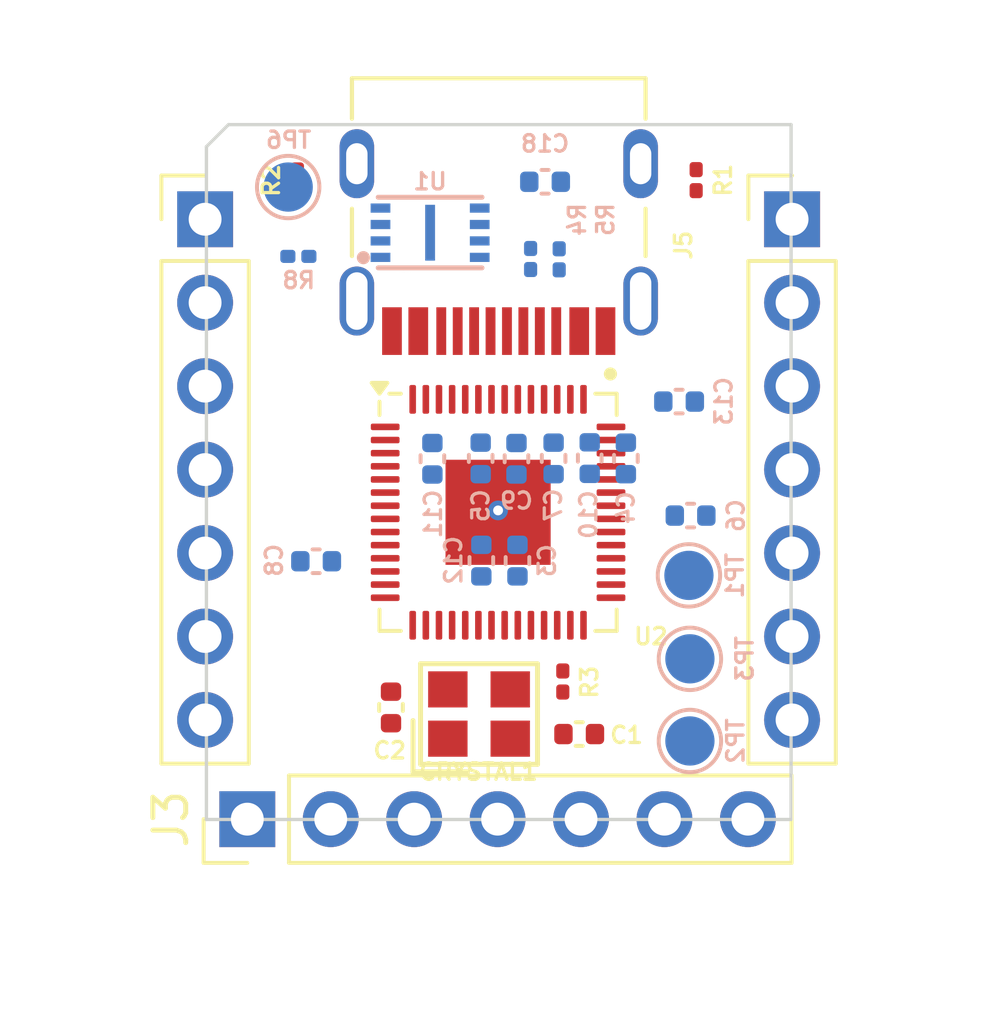
<source format=kicad_pcb>
(kicad_pcb (version 20240108) (generator "pcbnew") (generator_version "8.0")
  (layers (0 "F.Cu" signal) (1 "In1.Cu" signal) (2 "In2.Cu" signal) (31 "B.Cu" signal) (34 "B.Paste" user) (35 "F.Paste" user) (36 "B.SilkS" user "B.Silkscreen") (37 "F.SilkS" user "F.Silkscreen") (38 "B.Mask" user) (39 "F.Mask" user) (44 "Edge.Cuts" user))
  (net 0 "")
  (net 1 "/UART_TX")
  (net 2 "/I2C_SCL")
  (net 3 "/I2C_SDA")
  (net 4 "/SPI_MISO")
  (net 5 "/SPI_SCK")
  (net 6 "/UART_RX")
  (net 7 "GND")
  (net 8 "/SPI_MOSI")
  (net 9 "/USB_DN")
  (net 11 "VBUS")
  (net 12 "/USB_DP")
  (net 13 "Net-(J5-CC2)")
  (net 14 "Net-(J5-CC1)")
  (net 16 "/XI")
  (net 17 "+1V1")
  (net 18 "+3V3")
  (net 19 "/XO")
  (net 20 "Net-(R8-Pad1)")
  (net 21 "/QSPI_SS")
  (net 22 "/QSPI_SD3")
  (net 23 "/QSPI_SD2")
  (net 24 "/QSPI_SD0")
  (net 25 "/QSPI_SD1")
  (net 26 "/QSPI_SCLK")
  (net 27 "Net-(U2-USB_DP)")
  (net 28 "Net-(U2-USB_DM)")
  (net 29 "Net-(U2-RUN)")
  (net 30 "Net-(U2-SWCLK)")
  (net 31 "Net-(U2-SWD)")
  (net 44 "Net-(C1-Pad1)")
  (net 45 "/GPIO0")
  (net 46 "/GPIO3")
  (net 47 "/GPIO1")
  (net 48 "/GPIO2")
  (net 49 "/GPIO4")
  (net 50 "/GPIO11")
  (net 51 "/GPIO12")
  (net 52 "/GPIO9")
  (net 53 "/GPIO10")
  (net 54 "/GPIO24")
  (net 55 "/GPIO22")
  (net 56 "/GPIO23")
  (footprint "lcsc:CRYSTAL-SMD_4P-L2.5-W2.0-BL" (layer "F.Cu") (at 46.3 56.82)
    (property "Reference" "CRYSTAL1" (at -0.02 1.76 180) (layer "F.SilkS") (effects (font (size 0.5 0.5) (thickness 0.1) (bold yes))))
    (property "Value" "CM4012M00010001")
    (fp_line (start -2.01 0.2) (end -2.01 1.76) (stroke (width 0.15)) (layer "F.SilkS"))
    (fp_line (start -2.01 1.76) (end -0.35 1.76) (stroke (width 0.15)) (layer "F.SilkS"))
    (fp_line (start -1.78 -1.53) (end 1.78 -1.53) (stroke (width 0.15)) (layer "F.SilkS"))
    (fp_line (start -1.78 1.53) (end -1.78 -1.53) (stroke (width 0.15)) (layer "F.SilkS"))
    (fp_line (start 1.78 -1.53) (end 1.78 1.53) (stroke (width 0.15)) (layer "F.SilkS"))
    (fp_line (start 1.78 1.53) (end -1.78 1.53) (stroke (width 0.15)) (layer "F.SilkS"))
    (pad "1" smd rect (at -0.95 0.75) (size 1.2 1.1) (layers "F.Cu" "F.Paste" "F.Mask") (net 16 "/XI"))
    (pad "2" smd rect (at 0.95 0.75) (size 1.2 1.1) (layers "F.Cu" "F.Paste" "F.Mask") (net 7 "GND"))
    (pad "3" smd rect (at 0.95 -0.75) (size 1.2 1.1) (layers "F.Cu" "F.Paste" "F.Mask") (net 44 "Net-(C1-Pad1)"))
    (pad "4" smd rect (at -0.95 -0.75) (size 1.2 1.1) (layers "F.Cu" "F.Paste" "F.Mask") (net 7 "GND"))
  )
  (footprint "Package_DFN_QFN:QFN-56-1EP_7x7mm_P0.4mm_EP3.2x3.2mm" (layer "F.Cu") (at 46.88 50.68)
    (property "Reference" "U2" (at 4.65 3.7775 0) (layer "F.SilkS") (effects (font (size 0.5 0.5) (thickness 0.1) (bold yes))))
    (property "Value" "RP2040")
    (fp_line (start -3.61 -2.96) (end -3.61 -3.37) (stroke (width 0.12)) (layer "F.SilkS"))
    (fp_line (start -3.61 3.61) (end -3.61 2.96) (stroke (width 0.12)) (layer "F.SilkS"))
    (fp_line (start -2.96 -3.61) (end -3.31 -3.61) (stroke (width 0.12)) (layer "F.SilkS"))
    (fp_line (start -2.96 3.61) (end -3.61 3.61) (stroke (width 0.12)) (layer "F.SilkS"))
    (fp_line (start 2.96 -3.61) (end 3.61 -3.61) (stroke (width 0.12)) (layer "F.SilkS"))
    (fp_line (start 2.96 3.61) (end 3.61 3.61) (stroke (width 0.12)) (layer "F.SilkS"))
    (fp_line (start 3.61 -3.61) (end 3.61 -2.96) (stroke (width 0.12)) (layer "F.SilkS"))
    (fp_line (start 3.61 3.61) (end 3.61 2.96) (stroke (width 0.12)) (layer "F.SilkS"))
    (fp_poly (pts (xy -3.61 -3.61) (xy -3.85 -3.94) (xy -3.37 -3.94) (xy -3.61 -3.61)) (stroke (width 0.12)) (fill solid) (layer "F.SilkS"))
    (pad "1" smd roundrect (at -3.4375 -2.6) (size 0.875 0.2) (layers "F.Cu" "F.Paste" "F.Mask") (net 18 "+3V3"))
    (pad "2" smd roundrect (at -3.4375 -2.2) (size 0.875 0.2) (layers "F.Cu" "F.Paste" "F.Mask") (net 45 "/GPIO0"))
    (pad "3" smd roundrect (at -3.4375 -1.8) (size 0.875 0.2) (layers "F.Cu" "F.Paste" "F.Mask") (net 47 "/GPIO1"))
    (pad "4" smd roundrect (at -3.4375 -1.4) (size 0.875 0.2) (layers "F.Cu" "F.Paste" "F.Mask") (net 48 "/GPIO2"))
    (pad "5" smd roundrect (at -3.4375 -1) (size 0.875 0.2) (layers "F.Cu" "F.Paste" "F.Mask") (net 46 "/GPIO3"))
    (pad "6" smd roundrect (at -3.4375 -0.6) (size 0.875 0.2) (layers "F.Cu" "F.Paste" "F.Mask") (net 49 "/GPIO4"))
    (pad "7" smd roundrect (at -3.4375 -0.2) (size 0.875 0.2) (layers "F.Cu" "F.Paste" "F.Mask"))
    (pad "8" smd roundrect (at -3.4375 0.2) (size 0.875 0.2) (layers "F.Cu" "F.Paste" "F.Mask") (net 3 "/I2C_SDA"))
    (pad "9" smd roundrect (at -3.4375 0.6) (size 0.875 0.2) (layers "F.Cu" "F.Paste" "F.Mask") (net 2 "/I2C_SCL"))
    (pad "10" smd roundrect (at -3.4375 1) (size 0.875 0.2) (layers "F.Cu" "F.Paste" "F.Mask") (net 18 "+3V3"))
    (pad "11" smd roundrect (at -3.4375 1.4) (size 0.875 0.2) (layers "F.Cu" "F.Paste" "F.Mask") (net 1 "/UART_TX"))
    (pad "12" smd roundrect (at -3.4375 1.8) (size 0.875 0.2) (layers "F.Cu" "F.Paste" "F.Mask") (net 52 "/GPIO9"))
    (pad "13" smd roundrect (at -3.4375 2.2) (size 0.875 0.2) (layers "F.Cu" "F.Paste" "F.Mask") (net 53 "/GPIO10"))
    (pad "14" smd roundrect (at -3.4375 2.6) (size 0.875 0.2) (layers "F.Cu" "F.Paste" "F.Mask") (net 50 "/GPIO11"))
    (pad "15" smd roundrect (at -2.6 3.4375) (size 0.2 0.875) (layers "F.Cu" "F.Paste" "F.Mask") (net 51 "/GPIO12"))
    (pad "16" smd roundrect (at -2.2 3.4375) (size 0.2 0.875) (layers "F.Cu" "F.Paste" "F.Mask"))
    (pad "17" smd roundrect (at -1.8 3.4375) (size 0.2 0.875) (layers "F.Cu" "F.Paste" "F.Mask"))
    (pad "18" smd roundrect (at -1.4 3.4375) (size 0.2 0.875) (layers "F.Cu" "F.Paste" "F.Mask"))
    (pad "19" smd roundrect (at -1 3.4375) (size 0.2 0.875) (layers "F.Cu" "F.Paste" "F.Mask") (net 7 "GND"))
    (pad "20" smd roundrect (at -0.6 3.4375) (size 0.2 0.875) (layers "F.Cu" "F.Paste" "F.Mask") (net 16 "/XI"))
    (pad "21" smd roundrect (at -0.2 3.4375) (size 0.2 0.875) (layers "F.Cu" "F.Paste" "F.Mask") (net 19 "/XO"))
    (pad "22" smd roundrect (at 0.2 3.4375) (size 0.2 0.875) (layers "F.Cu" "F.Paste" "F.Mask") (net 18 "+3V3"))
    (pad "23" smd roundrect (at 0.6 3.4375) (size 0.2 0.875) (layers "F.Cu" "F.Paste" "F.Mask") (net 17 "+1V1"))
    (pad "24" smd roundrect (at 1 3.4375) (size 0.2 0.875) (layers "F.Cu" "F.Paste" "F.Mask") (net 30 "Net-(U2-SWCLK)"))
    (pad "25" smd roundrect (at 1.4 3.4375) (size 0.2 0.875) (layers "F.Cu" "F.Paste" "F.Mask") (net 31 "Net-(U2-SWD)"))
    (pad "26" smd roundrect (at 1.8 3.4375) (size 0.2 0.875) (layers "F.Cu" "F.Paste" "F.Mask") (net 29 "Net-(U2-RUN)"))
    (pad "27" smd roundrect (at 2.2 3.4375) (size 0.2 0.875) (layers "F.Cu" "F.Paste" "F.Mask"))
    (pad "28" smd roundrect (at 2.6 3.4375) (size 0.2 0.875) (layers "F.Cu" "F.Paste" "F.Mask"))
    (pad "29" smd roundrect (at 3.4375 2.6) (size 0.875 0.2) (layers "F.Cu" "F.Paste" "F.Mask"))
    (pad "30" smd roundrect (at 3.4375 2.2) (size 0.875 0.2) (layers "F.Cu" "F.Paste" "F.Mask"))
    (pad "31" smd roundrect (at 3.4375 1.8) (size 0.875 0.2) (layers "F.Cu" "F.Paste" "F.Mask"))
    (pad "32" smd roundrect (at 3.4375 1.4) (size 0.875 0.2) (layers "F.Cu" "F.Paste" "F.Mask"))
    (pad "33" smd roundrect (at 3.4375 1) (size 0.875 0.2) (layers "F.Cu" "F.Paste" "F.Mask") (net 18 "+3V3"))
    (pad "34" smd roundrect (at 3.4375 0.6) (size 0.875 0.2) (layers "F.Cu" "F.Paste" "F.Mask") (net 55 "/GPIO22"))
    (pad "35" smd roundrect (at 3.4375 0.2) (size 0.875 0.2) (layers "F.Cu" "F.Paste" "F.Mask") (net 56 "/GPIO23"))
    (pad "36" smd roundrect (at 3.4375 -0.2) (size 0.875 0.2) (layers "F.Cu" "F.Paste" "F.Mask") (net 54 "/GPIO24"))
    (pad "37" smd roundrect (at 3.4375 -0.6) (size 0.875 0.2) (layers "F.Cu" "F.Paste" "F.Mask") (net 6 "/UART_RX"))
    (pad "38" smd roundrect (at 3.4375 -1) (size 0.875 0.2) (layers "F.Cu" "F.Paste" "F.Mask") (net 5 "/SPI_SCK"))
    (pad "39" smd roundrect (at 3.4375 -1.4) (size 0.875 0.2) (layers "F.Cu" "F.Paste" "F.Mask") (net 8 "/SPI_MOSI"))
    (pad "40" smd roundrect (at 3.4375 -1.8) (size 0.875 0.2) (layers "F.Cu" "F.Paste" "F.Mask") (net 4 "/SPI_MISO"))
    (pad "41" smd roundrect (at 3.4375 -2.2) (size 0.875 0.2) (layers "F.Cu" "F.Paste" "F.Mask"))
    (pad "42" smd roundrect (at 3.4375 -2.6) (size 0.875 0.2) (layers "F.Cu" "F.Paste" "F.Mask") (net 18 "+3V3"))
    (pad "43" smd roundrect (at 2.6 -3.4375) (size 0.2 0.875) (layers "F.Cu" "F.Paste" "F.Mask") (net 18 "+3V3"))
    (pad "44" smd roundrect (at 2.2 -3.4375) (size 0.2 0.875) (layers "F.Cu" "F.Paste" "F.Mask") (net 18 "+3V3"))
    (pad "45" smd roundrect (at 1.8 -3.4375) (size 0.2 0.875) (layers "F.Cu" "F.Paste" "F.Mask") (net 17 "+1V1"))
    (pad "46" smd roundrect (at 1.4 -3.4375) (size 0.2 0.875) (layers "F.Cu" "F.Paste" "F.Mask") (net 28 "Net-(U2-USB_DM)"))
    (pad "47" smd roundrect (at 1 -3.4375) (size 0.2 0.875) (layers "F.Cu" "F.Paste" "F.Mask") (net 27 "Net-(U2-USB_DP)"))
    (pad "48" smd roundrect (at 0.6 -3.4375) (size 0.2 0.875) (layers "F.Cu" "F.Paste" "F.Mask") (net 18 "+3V3"))
    (pad "49" smd roundrect (at 0.2 -3.4375) (size 0.2 0.875) (layers "F.Cu" "F.Paste" "F.Mask") (net 18 "+3V3"))
    (pad "50" smd roundrect (at -0.2 -3.4375) (size 0.2 0.875) (layers "F.Cu" "F.Paste" "F.Mask") (net 17 "+1V1"))
    (pad "51" smd roundrect (at -0.6 -3.4375) (size 0.2 0.875) (layers "F.Cu" "F.Paste" "F.Mask") (net 22 "/QSPI_SD3"))
    (pad "52" smd roundrect (at -1 -3.4375) (size 0.2 0.875) (layers "F.Cu" "F.Paste" "F.Mask") (net 26 "/QSPI_SCLK"))
    (pad "53" smd roundrect (at -1.4 -3.4375) (size 0.2 0.875) (layers "F.Cu" "F.Paste" "F.Mask") (net 24 "/QSPI_SD0"))
    (pad "54" smd roundrect (at -1.8 -3.4375) (size 0.2 0.875) (layers "F.Cu" "F.Paste" "F.Mask") (net 23 "/QSPI_SD2"))
    (pad "55" smd roundrect (at -2.2 -3.4375) (size 0.2 0.875) (layers "F.Cu" "F.Paste" "F.Mask") (net 25 "/QSPI_SD1"))
    (pad "56" smd roundrect (at -2.6 -3.4375) (size 0.2 0.875) (layers "F.Cu" "F.Paste" "F.Mask") (net 21 "/QSPI_SS"))
    (pad "57" smd rect (at 0 0) (size 3.2 3.2) (property pad_prop_heatsink) (layers "F.Cu" "F.Mask") (net 7 "GND"))
  )
  (footprint "Resistor_SMD:R_0201_0603Metric" (layer "F.Cu") (at 52.91 40.57 -90)
    (property "Reference" "R1" (at 0 -0.82 270) (layer "F.SilkS") (effects (font (size 0.5 0.5) (thickness 0.1) (bold yes))))
    (property "Value" "5K1")
    (pad "1" smd roundrect (at -0.32 0 270) (size 0.46 0.4) (layers "F.Cu" "F.Mask") (net 7 "GND"))
    (pad "2" smd roundrect (at 0.32 0 270) (size 0.46 0.4) (layers "F.Cu" "F.Mask") (net 14 "Net-(J5-CC1)"))
  )
  (footprint "Connector_PinHeader_2.54mm:PinHeader_1x07_P2.54mm_Vertical" (layer "F.Cu") (at 39.245 60.02 90)
    (property "Reference" "J3" (at 0 -2.33 90) (layer "F.SilkS"))
    (property "Value" "Conn_01x07_Pin")
    (fp_line (start -1.33 -1.33) (end 0 -1.33) (stroke (width 0.12)) (layer "F.SilkS"))
    (fp_line (start -1.33 0) (end -1.33 -1.33) (stroke (width 0.12)) (layer "F.SilkS"))
    (fp_line (start 1.33 1.27) (end 1.33 16.57) (stroke (width 0.12)) (layer "F.SilkS"))
    (fp_line (start -1.33 1.27) (end 1.33 1.27) (stroke (width 0.12)) (layer "F.SilkS"))
    (fp_line (start -1.33 1.27) (end -1.33 16.57) (stroke (width 0.12)) (layer "F.SilkS"))
    (fp_line (start -1.33 16.57) (end 1.33 16.57) (stroke (width 0.12)) (layer "F.SilkS"))
    (pad "1" thru_hole rect (at 0 0 90) (size 1.7 1.7) (drill 1) (layers "*.Cu" "*.Mask") (net 52 "/GPIO9"))
    (pad "2" thru_hole oval (at 0 2.54 90) (size 1.7 1.7) (drill 1) (layers "*.Cu" "*.Mask") (net 53 "/GPIO10"))
    (pad "3" thru_hole oval (at 0 5.08 90) (size 1.7 1.7) (drill 1) (layers "*.Cu" "*.Mask") (net 50 "/GPIO11"))
    (pad "4" thru_hole oval (at 0 7.62 90) (size 1.7 1.7) (drill 1) (layers "*.Cu" "*.Mask") (net 51 "/GPIO12"))
    (pad "5" thru_hole oval (at 0 10.16 90) (size 1.7 1.7) (drill 1) (layers "*.Cu" "*.Mask") (net 55 "/GPIO22"))
    (pad "6" thru_hole oval (at 0 12.7 90) (size 1.7 1.7) (drill 1) (layers "*.Cu" "*.Mask") (net 56 "/GPIO23"))
    (pad "7" thru_hole oval (at 0 15.24 90) (size 1.7 1.7) (drill 1) (layers "*.Cu" "*.Mask") (net 54 "/GPIO24"))
  )
  (footprint "Capacitor_SMD:C_0402_1005Metric" (layer "F.Cu") (at 49.349998 57.43)
    (property "Reference" "C1" (at 1.44 0.03 0) (layer "F.SilkS") (effects (font (size 0.5 0.5) (thickness 0.1) (bold yes))))
    (property "Value" "18pF")
    (fp_line (start -0.107836 -0.36) (end 0.107836 -0.36) (stroke (width 0.12)) (layer "F.SilkS"))
    (fp_line (start -0.107836 0.36) (end 0.107836 0.36) (stroke (width 0.12)) (layer "F.SilkS"))
    (pad "1" smd roundrect (at -0.48 0) (size 0.56 0.62) (layers "F.Cu" "F.Paste" "F.Mask") (net 44 "Net-(C1-Pad1)"))
    (pad "2" smd roundrect (at 0.48 0) (size 0.56 0.62) (layers "F.Cu" "F.Paste" "F.Mask") (net 7 "GND"))
  )
  (footprint "Connector_PinHeader_2.54mm:PinHeader_1x07_P2.54mm_Vertical" (layer "F.Cu") (at 37.96 41.76)
    (property "Reference" "J1" (hide yes))
    (property "Value" "Conn_01x07_Pin")
    (fp_line (start -1.33 -1.33) (end 0 -1.33) (stroke (width 0.12)) (layer "F.SilkS"))
    (fp_line (start -1.33 0) (end -1.33 -1.33) (stroke (width 0.12)) (layer "F.SilkS"))
    (fp_line (start -1.33 1.27) (end -1.33 16.57) (stroke (width 0.12)) (layer "F.SilkS"))
    (fp_line (start -1.33 1.27) (end 1.33 1.27) (stroke (width 0.12)) (layer "F.SilkS"))
    (fp_line (start -1.33 16.57) (end 1.33 16.57) (stroke (width 0.12)) (layer "F.SilkS"))
    (fp_line (start 1.33 1.27) (end 1.33 16.57) (stroke (width 0.12)) (layer "F.SilkS"))
    (pad "1" thru_hole rect (at 0 0) (size 1.7 1.7) (drill 1) (layers "*.Cu" "*.Mask") (net 45 "/GPIO0"))
    (pad "2" thru_hole oval (at 0 2.54) (size 1.7 1.7) (drill 1) (layers "*.Cu" "*.Mask") (net 47 "/GPIO1"))
    (pad "3" thru_hole oval (at 0 5.08) (size 1.7 1.7) (drill 1) (layers "*.Cu" "*.Mask") (net 48 "/GPIO2"))
    (pad "4" thru_hole oval (at 0 7.62) (size 1.7 1.7) (drill 1) (layers "*.Cu" "*.Mask") (net 46 "/GPIO3"))
    (pad "5" thru_hole oval (at 0 10.16) (size 1.7 1.7) (drill 1) (layers "*.Cu" "*.Mask") (net 3 "/I2C_SDA"))
    (pad "6" thru_hole oval (at 0 12.7) (size 1.7 1.7) (drill 1) (layers "*.Cu" "*.Mask") (net 2 "/I2C_SCL"))
    (pad "7" thru_hole oval (at 0 15.24) (size 1.7 1.7) (drill 1) (layers "*.Cu" "*.Mask") (net 1 "/UART_TX"))
  )
  (footprint "Resistor_SMD:R_0201_0603Metric" (layer "F.Cu") (at 48.849998 55.83 90)
    (property "Reference" "R3" (at -0.02 0.81 90) (layer "F.SilkS") (effects (font (size 0.5 0.5) (thickness 0.1) (bold yes))))
    (property "Value" "1K")
    (pad "1" smd roundrect (at -0.32 0 90) (size 0.46 0.4) (layers "F.Cu" "F.Mask") (net 44 "Net-(C1-Pad1)"))
    (pad "2" smd roundrect (at 0.32 0 90) (size 0.46 0.4) (layers "F.Cu" "F.Mask") (net 19 "/XO"))
  )
  (footprint "Resistor_SMD:R_0201_0603Metric" (layer "F.Cu") (at 40.77 40.58 90)
    (property "Reference" "R2" (at 0 -0.8 90) (layer "F.SilkS") (effects (font (size 0.5 0.5) (thickness 0.1) (bold yes))))
    (property "Value" "5K1")
    (pad "1" smd roundrect (at -0.32 0 90) (size 0.46 0.4) (layers "F.Cu" "F.Mask") (net 13 "Net-(J5-CC2)"))
    (pad "2" smd roundrect (at 0.32 0 90) (size 0.46 0.4) (layers "F.Cu" "F.Mask") (net 7 "GND"))
  )
  (footprint "Capacitor_SMD:C_0402_1005Metric" (layer "F.Cu") (at 43.62 56.62 -90)
    (property "Reference" "C2" (at 1.31 0.039998 180) (layer "F.SilkS") (effects (font (size 0.5 0.5) (thickness 0.1) (bold yes))))
    (property "Value" "18pF")
    (fp_line (start -0.107836 0.36) (end 0.107836 0.36) (stroke (width 0.12)) (layer "F.SilkS"))
    (fp_line (start -0.107836 -0.36) (end 0.107836 -0.36) (stroke (width 0.12)) (layer "F.SilkS"))
    (pad "1" smd roundrect (at -0.48 0 270) (size 0.56 0.62) (layers "F.Cu" "F.Paste" "F.Mask") (net 7 "GND"))
    (pad "2" smd roundrect (at 0.48 0 270) (size 0.56 0.62) (layers "F.Cu" "F.Paste" "F.Mask") (net 16 "/XI"))
  )
  (footprint "Connector_PinHeader_2.54mm:PinHeader_1x07_P2.54mm_Vertical" (layer "F.Cu") (at 55.83 41.76)
    (property "Reference" "J2" (hide yes))
    (property "Value" "Conn_01x07_Pin")
    (fp_line (start -1.33 -1.33) (end 0 -1.33) (stroke (width 0.12)) (layer "F.SilkS"))
    (fp_line (start -1.33 0) (end -1.33 -1.33) (stroke (width 0.12)) (layer "F.SilkS"))
    (fp_line (start -1.33 1.27) (end -1.33 16.57) (stroke (width 0.12)) (layer "F.SilkS"))
    (fp_line (start -1.33 1.27) (end 1.33 1.27) (stroke (width 0.12)) (layer "F.SilkS"))
    (fp_line (start -1.33 16.57) (end 1.33 16.57) (stroke (width 0.12)) (layer "F.SilkS"))
    (fp_line (start 1.33 1.27) (end 1.33 16.57) (stroke (width 0.12)) (layer "F.SilkS"))
    (pad "1" thru_hole rect (at 0 0) (size 1.7 1.7) (drill 1) (layers "*.Cu" "*.Mask") (net 11 "VBUS"))
    (pad "2" thru_hole oval (at 0 2.54) (size 1.7 1.7) (drill 1) (layers "*.Cu" "*.Mask") (net 7 "GND"))
    (pad "3" thru_hole oval (at 0 5.08) (size 1.7 1.7) (drill 1) (layers "*.Cu" "*.Mask") (net 18 "+3V3"))
    (pad "4" thru_hole oval (at 0 7.62) (size 1.7 1.7) (drill 1) (layers "*.Cu" "*.Mask") (net 8 "/SPI_MOSI"))
    (pad "5" thru_hole oval (at 0 10.16) (size 1.7 1.7) (drill 1) (layers "*.Cu" "*.Mask") (net 4 "/SPI_MISO"))
    (pad "6" thru_hole oval (at 0 12.7) (size 1.7 1.7) (drill 1) (layers "*.Cu" "*.Mask") (net 5 "/SPI_SCK"))
    (pad "7" thru_hole oval (at 0 15.24) (size 1.7 1.7) (drill 1) (layers "*.Cu" "*.Mask") (net 6 "/UART_RX"))
  )
  (footprint "TYPE-C-31-M-12:HRO_TYPE-C-31-M-12" (layer "F.Cu") (at 46.9 40.07 180)
    (property "Reference" "J5" (at -5.62 -2.48 90) (layer "F.SilkS") (effects (font (size 0.5 0.5) (thickness 0.1) (bold yes))))
    (property "Value" "TYPE-C-31-M-12")
    (fp_line (start 4.47 2.6) (end -4.47 2.6) (stroke (width 0.127)) (layer "F.SilkS"))
    (fp_line (start 4.47 1.37) (end 4.47 2.6) (stroke (width 0.127)) (layer "F.SilkS"))
    (fp_line (start 4.47 -2.81) (end 4.47 -1.37) (stroke (width 0.127)) (layer "F.SilkS"))
    (fp_line (start -4.47 2.6) (end -4.47 1.37) (stroke (width 0.127)) (layer "F.SilkS"))
    (fp_line (start -4.47 -2.81) (end -4.47 -1.37) (stroke (width 0.127)) (layer "F.SilkS"))
    (fp_circle (center -3.4 -6.4) (end -3.3 -6.4) (stroke (width 0.2)) (fill none) (layer "F.SilkS"))
    (pad "" np_thru_hole circle (at -2.89 -3.65 180) (size 0.7 0.7) (drill 0.7) (layers "*.Cu" "*.Mask"))
    (pad "" np_thru_hole circle (at 2.89 -3.65 180) (size 0.7 0.7) (drill 0.7) (layers "*.Cu" "*.Mask"))
    (pad "A1B12" smd rect (at -3.25 -5.095 180) (size 0.6 1.45) (layers "F.Cu" "F.Paste" "F.Mask") (net 7 "GND"))
    (pad "A4B9" smd rect (at -2.45 -5.095 180) (size 0.6 1.45) (layers "F.Cu" "F.Paste" "F.Mask") (net 11 "VBUS"))
    (pad "A5" smd rect (at -1.25 -5.095 180) (size 0.3 1.45) (layers "F.Cu" "F.Paste" "F.Mask") (net 14 "Net-(J5-CC1)"))
    (pad "A6" smd rect (at -0.25 -5.095 180) (size 0.3 1.45) (layers "F.Cu" "F.Paste" "F.Mask") (net 12 "/USB_DP"))
    (pad "A7" smd rect (at 0.25 -5.095 180) (size 0.3 1.45) (layers "F.Cu" "F.Paste" "F.Mask") (net 9 "/USB_DN"))
    (pad "A8" smd rect (at 1.25 -5.095 180) (size 0.3 1.45) (layers "F.Cu" "F.Paste" "F.Mask"))
    (pad "B1A12" smd rect (at 3.25 -5.095 180) (size 0.6 1.45) (layers "F.Cu" "F.Paste" "F.Mask") (net 7 "GND"))
    (pad "B4A9" smd rect (at 2.45 -5.095 180) (size 0.6 1.45) (layers "F.Cu" "F.Paste" "F.Mask") (net 11 "VBUS"))
    (pad "B5" smd rect (at 1.75 -5.095 180) (size 0.3 1.45) (layers "F.Cu" "F.Paste" "F.Mask") (net 13 "Net-(J5-CC2)"))
    (pad "B6" smd rect (at 0.75 -5.095 180) (size 0.3 1.45) (layers "F.Cu" "F.Paste" "F.Mask") (net 12 "/USB_DP"))
    (pad "B7" smd rect (at -0.75 -5.095 180) (size 0.3 1.45) (layers "F.Cu" "F.Paste" "F.Mask") (net 9 "/USB_DN"))
    (pad "B8" smd rect (at -1.75 -5.095 180) (size 0.3 1.45) (layers "F.Cu" "F.Paste" "F.Mask"))
    (pad "S1" thru_hole oval (at -4.32 -4.18 180) (size 1.05 2.1) (drill oval 0.65 1.75) (layers "*.Cu" "*.Mask") (net 7 "GND"))
    (pad "S2" thru_hole oval (at 4.32 -4.18 180) (size 1.05 2.1) (drill oval 0.65 1.75) (layers "*.Cu" "*.Mask") (net 7 "GND"))
    (pad "S3" thru_hole oval (at -4.32 0 180) (size 1.05 2.1) (drill oval 0.65 1.25) (layers "*.Cu" "*.Mask") (net 7 "GND"))
    (pad "S4" thru_hole oval (at 4.32 0 180) (size 1.05 2.1) (drill oval 0.65 1.25) (layers "*.Cu" "*.Mask") (net 7 "GND"))
  )
  (footprint "Capacitor_SMD:C_0402_1005Metric" (layer "B.Cu") (at 52.74 50.78)
    (property "Reference" "C6" (at 1.38 0 90) (layer "B.SilkS") (effects (font (size 0.5 0.5) (thickness 0.1) (bold yes)) (justify mirror)))
    (property "Value" "1uF")
    (fp_line (start 0.107836 -0.36) (end -0.107836 -0.36) (stroke (width 0.12)) (layer "B.SilkS"))
    (fp_line (start 0.107836 0.36) (end -0.107836 0.36) (stroke (width 0.12)) (layer "B.SilkS"))
    (pad "1" smd roundrect (at -0.48 0) (size 0.56 0.62) (layers "B.Cu" "B.Paste" "B.Mask") (net 18 "+3V3"))
    (pad "2" smd roundrect (at 0.48 0) (size 0.56 0.62) (layers "B.Cu" "B.Paste" "B.Mask") (net 7 "GND"))
  )
  (footprint "TestPoint:TestPoint_Pad_D1.5mm" (layer "B.Cu") (at 52.72 55.14 -90)
    (property "Reference" "TP3" (at 0 -1.67 90) (layer "B.SilkS") (effects (font (size 0.5 0.5) (thickness 0.1) (bold yes)) (justify mirror)))
    (property "Value" "TestPoint")
    (fp_circle (center 0 0) (end 0 -0.95) (stroke (width 0.12)) (fill none) (layer "B.SilkS"))
    (pad "1" smd circle (at 0 0 270) (size 1.5 1.5) (layers "B.Cu" "B.Mask") (net 31 "Net-(U2-SWD)"))
  )
  (footprint "Capacitor_SMD:C_0402_1005Metric" (layer "B.Cu") (at 48.31 40.62 180)
    (property "Reference" "C18" (at 0 1.16 360) (layer "B.SilkS") (effects (font (size 0.5 0.5) (thickness 0.1) (bold yes)) (justify mirror)))
    (property "Value" "100nF")
    (fp_line (start 0.107836 0.36) (end -0.107836 0.36) (stroke (width 0.12)) (layer "B.SilkS"))
    (fp_line (start 0.107836 -0.36) (end -0.107836 -0.36) (stroke (width 0.12)) (layer "B.SilkS"))
    (pad "1" smd roundrect (at -0.48 0 180) (size 0.56 0.62) (layers "B.Cu" "B.Paste" "B.Mask") (net 7 "GND"))
    (pad "2" smd roundrect (at 0.48 0 180) (size 0.56 0.62) (layers "B.Cu" "B.Paste" "B.Mask") (net 18 "+3V3"))
  )
  (footprint "Capacitor_SMD:C_0402_1005Metric" (layer "B.Cu") (at 46.35 49.04 90)
    (property "Reference" "C5" (at -1.44 0 90) (layer "B.SilkS") (effects (font (size 0.5 0.5) (thickness 0.1) (bold yes)) (justify mirror)))
    (property "Value" "1uF")
    (fp_line (start 0.107836 -0.36) (end -0.107836 -0.36) (stroke (width 0.12)) (layer "B.SilkS"))
    (fp_line (start 0.107836 0.36) (end -0.107836 0.36) (stroke (width 0.12)) (layer "B.SilkS"))
    (pad "1" smd roundrect (at -0.48 0 90) (size 0.56 0.62) (layers "B.Cu" "B.Paste" "B.Mask") (net 7 "GND"))
    (pad "2" smd roundrect (at 0.48 0 90) (size 0.56 0.62) (layers "B.Cu" "B.Paste" "B.Mask") (net 17 "+1V1"))
  )
  (footprint "Capacitor_SMD:C_0402_1005Metric" (layer "B.Cu") (at 46.37 52.15 -90)
    (property "Reference" "C12" (at -0.01 0.85 90) (layer "B.SilkS") (effects (font (size 0.5 0.5) (thickness 0.1) (bold yes)) (justify mirror)))
    (property "Value" "100nF")
    (fp_line (start 0.107836 0.36) (end -0.107836 0.36) (stroke (width 0.12)) (layer "B.SilkS"))
    (fp_line (start 0.107836 -0.36) (end -0.107836 -0.36) (stroke (width 0.12)) (layer "B.SilkS"))
    (pad "1" smd roundrect (at -0.48 0 270) (size 0.56 0.62) (layers "B.Cu" "B.Paste" "B.Mask") (net 7 "GND"))
    (pad "2" smd roundrect (at 0.48 0 270) (size 0.56 0.62) (layers "B.Cu" "B.Paste" "B.Mask") (net 18 "+3V3"))
  )
  (footprint "TestPoint:TestPoint_Pad_D1.5mm" (layer "B.Cu") (at 52.72 57.64 180)
    (property "Reference" "TP2" (at -1.39 0 90) (layer "B.SilkS") (effects (font (size 0.5 0.5) (thickness 0.1) (bold yes)) (justify mirror)))
    (property "Value" "TestPoint")
    (fp_circle (center 0 0) (end 0 -0.95) (stroke (width 0.12)) (fill none) (layer "B.SilkS"))
    (pad "1" smd circle (at 0 0 180) (size 1.5 1.5) (layers "B.Cu" "B.Mask") (net 30 "Net-(U2-SWCLK)"))
  )
  (footprint "Capacitor_SMD:C_0402_1005Metric" (layer "B.Cu") (at 47.47 52.15 90)
    (property "Reference" "C3" (at 0 0.9 90) (layer "B.SilkS") (effects (font (size 0.5 0.5) (thickness 0.1) (bold yes)) (justify mirror)))
    (property "Value" "100nF")
    (fp_line (start 0.107836 -0.36) (end -0.107836 -0.36) (stroke (width 0.12)) (layer "B.SilkS"))
    (fp_line (start 0.107836 0.36) (end -0.107836 0.36) (stroke (width 0.12)) (layer "B.SilkS"))
    (pad "1" smd roundrect (at -0.48 0 90) (size 0.56 0.62) (layers "B.Cu" "B.Paste" "B.Mask") (net 17 "+1V1"))
    (pad "2" smd roundrect (at 0.48 0 90) (size 0.56 0.62) (layers "B.Cu" "B.Paste" "B.Mask") (net 7 "GND"))
  )
  (footprint "Capacitor_SMD:C_0402_1005Metric" (layer "B.Cu") (at 41.34 52.17)
    (property "Reference" "C8" (at -1.28 -0.03 90) (layer "B.SilkS") (effects (font (size 0.5 0.5) (thickness 0.1) (bold yes)) (justify mirror)))
    (property "Value" "100nF")
    (fp_line (start 0.107836 -0.36) (end -0.107836 -0.36) (stroke (width 0.12)) (layer "B.SilkS"))
    (fp_line (start 0.107836 0.36) (end -0.107836 0.36) (stroke (width 0.12)) (layer "B.SilkS"))
    (pad "1" smd roundrect (at -0.48 0) (size 0.56 0.62) (layers "B.Cu" "B.Paste" "B.Mask") (net 7 "GND"))
    (pad "2" smd roundrect (at 0.48 0) (size 0.56 0.62) (layers "B.Cu" "B.Paste" "B.Mask") (net 18 "+3V3"))
  )
  (footprint "Capacitor_SMD:C_0402_1005Metric" (layer "B.Cu") (at 52.39 47.31 180)
    (property "Reference" "C13" (at -1.36 0.01 90) (layer "B.SilkS") (effects (font (size 0.5 0.5) (thickness 0.1) (bold yes)) (justify mirror)))
    (property "Value" "100nF")
    (fp_line (start 0.107836 0.36) (end -0.107836 0.36) (stroke (width 0.12)) (layer "B.SilkS"))
    (fp_line (start 0.107836 -0.36) (end -0.107836 -0.36) (stroke (width 0.12)) (layer "B.SilkS"))
    (pad "1" smd roundrect (at -0.48 0 180) (size 0.56 0.62) (layers "B.Cu" "B.Paste" "B.Mask") (net 7 "GND"))
    (pad "2" smd roundrect (at 0.48 0 180) (size 0.56 0.62) (layers "B.Cu" "B.Paste" "B.Mask") (net 18 "+3V3"))
  )
  (footprint "Capacitor_SMD:C_0402_1005Metric" (layer "B.Cu") (at 50.77 49.04 -90)
    (property "Reference" "C4" (at 1.5 0 90) (layer "B.SilkS") (effects (font (size 0.5 0.5) (thickness 0.1) (bold yes)) (justify mirror)))
    (property "Value" "100nF")
    (fp_line (start 0.107836 0.36) (end -0.107836 0.36) (stroke (width 0.12)) (layer "B.SilkS"))
    (fp_line (start 0.107836 -0.36) (end -0.107836 -0.36) (stroke (width 0.12)) (layer "B.SilkS"))
    (pad "1" smd roundrect (at -0.48 0 270) (size 0.56 0.62) (layers "B.Cu" "B.Paste" "B.Mask") (net 17 "+1V1"))
    (pad "2" smd roundrect (at 0.48 0 270) (size 0.56 0.62) (layers "B.Cu" "B.Paste" "B.Mask") (net 7 "GND"))
  )
  (footprint "Resistor_SMD:R_0201_0603Metric" (layer "B.Cu") (at 40.8 42.89)
    (property "Reference" "R8" (at 0.01 0.73 360) (layer "B.SilkS") (effects (font (size 0.5 0.5) (thickness 0.1) (bold yes)) (justify mirror)))
    (property "Value" "1K")
    (pad "1" smd roundrect (at -0.32 0) (size 0.46 0.4) (layers "B.Cu" "B.Mask") (net 20 "Net-(R8-Pad1)"))
    (pad "2" smd roundrect (at 0.32 0) (size 0.46 0.4) (layers "B.Cu" "B.Mask") (net 21 "/QSPI_SS"))
  )
  (footprint "Capacitor_SMD:C_0402_1005Metric" (layer "B.Cu") (at 48.57 49.04 90)
    (property "Reference" "C7" (at -1.42 -0.01 90) (layer "B.SilkS") (effects (font (size 0.5 0.5) (thickness 0.1) (bold yes)) (justify mirror)))
    (property "Value" "100nF")
    (fp_line (start 0.107836 -0.36) (end -0.107836 -0.36) (stroke (width 0.12)) (layer "B.SilkS"))
    (fp_line (start 0.107836 0.36) (end -0.107836 0.36) (stroke (width 0.12)) (layer "B.SilkS"))
    (pad "1" smd roundrect (at -0.48 0 90) (size 0.56 0.62) (layers "B.Cu" "B.Paste" "B.Mask") (net 7 "GND"))
    (pad "2" smd roundrect (at 0.48 0 90) (size 0.56 0.62) (layers "B.Cu" "B.Paste" "B.Mask") (net 18 "+3V3"))
  )
  (footprint "Capacitor_SMD:C_0402_1005Metric" (layer "B.Cu") (at 44.88 49.05 90)
    (property "Reference" "C11" (at -1.68 0.02 90) (layer "B.SilkS") (effects (font (size 0.5 0.5) (thickness 0.1) (bold yes)) (justify mirror)))
    (property "Value" "100nF")
    (fp_line (start 0.107836 -0.36) (end -0.107836 -0.36) (stroke (width 0.12)) (layer "B.SilkS"))
    (fp_line (start 0.107836 0.36) (end -0.107836 0.36) (stroke (width 0.12)) (layer "B.SilkS"))
    (pad "1" smd roundrect (at -0.48 0 90) (size 0.56 0.62) (layers "B.Cu" "B.Paste" "B.Mask") (net 7 "GND"))
    (pad "2" smd roundrect (at 0.48 0 90) (size 0.56 0.62) (layers "B.Cu" "B.Paste" "B.Mask") (net 18 "+3V3"))
  )
  (footprint "Capacitor_SMD:C_0402_1005Metric" (layer "B.Cu") (at 49.67 49.03 90)
    (property "Reference" "C10" (at -1.72 -0.04 90) (layer "B.SilkS") (effects (font (size 0.5 0.5) (thickness 0.1) (bold yes)) (justify mirror)))
    (property "Value" "100nF")
    (fp_line (start 0.107836 -0.36) (end -0.107836 -0.36) (stroke (width 0.12)) (layer "B.SilkS"))
    (fp_line (start 0.107836 0.36) (end -0.107836 0.36) (stroke (width 0.12)) (layer "B.SilkS"))
    (pad "1" smd roundrect (at -0.48 0 90) (size 0.56 0.62) (layers "B.Cu" "B.Paste" "B.Mask") (net 7 "GND"))
    (pad "2" smd roundrect (at 0.48 0 90) (size 0.56 0.62) (layers "B.Cu" "B.Paste" "B.Mask") (net 18 "+3V3"))
  )
  (footprint "Resistor_SMD:R_0201_0603Metric" (layer "B.Cu") (at 47.87 42.97 90)
    (property "Reference" "R4" (at 1.2 1.42 90) (layer "B.SilkS") (effects (font (size 0.5 0.5) (thickness 0.1) (bold yes)) (justify mirror)))
    (property "Value" "27R")
    (pad "1" smd roundrect (at -0.32 0 90) (size 0.46 0.4) (layers "B.Cu" "B.Mask") (net 12 "/USB_DP"))
    (pad "2" smd roundrect (at 0.32 0 90) (size 0.46 0.4) (layers "B.Cu" "B.Mask") (net 27 "Net-(U2-USB_DP)"))
  )
  (footprint "Capacitor_SMD:C_0402_1005Metric" (layer "B.Cu") (at 47.44 49.05 90)
    (property "Reference" "C9" (at -1.28 0 360) (layer "B.SilkS") (effects (font (size 0.5 0.5) (thickness 0.1) (bold yes)) (justify mirror)))
    (property "Value" "100nF")
    (fp_line (start 0.107836 -0.36) (end -0.107836 -0.36) (stroke (width 0.12)) (layer "B.SilkS"))
    (fp_line (start 0.107836 0.36) (end -0.107836 0.36) (stroke (width 0.12)) (layer "B.SilkS"))
    (pad "1" smd roundrect (at -0.48 0 90) (size 0.56 0.62) (layers "B.Cu" "B.Paste" "B.Mask") (net 7 "GND"))
    (pad "2" smd roundrect (at 0.48 0 90) (size 0.56 0.62) (layers "B.Cu" "B.Paste" "B.Mask") (net 18 "+3V3"))
  )
  (footprint "lcsc:USON-8_L3.0-W2.0-P0.50-BL-EP" (layer "B.Cu") (at 44.81 42.17 90)
    (property "Reference" "U1" (at 1.56 0 180) (layer "B.SilkS") (effects (font (size 0.5 0.5) (thickness 0.1) (bold yes)) (justify mirror)))
    (property "Value" "W25Q16JVUXIQ")
    (fp_line (start -1.07 -1.58) (end -1.07 1.58) (stroke (width 0.15)) (layer "B.SilkS"))
    (fp_line (start 1.08 1.58) (end 1.08 -1.58) (stroke (width 0.15)) (layer "B.SilkS"))
    (fp_circle (center -0.76 -2.03) (end -0.66 -2.03) (stroke (width 0.2)) (fill none) (layer "B.SilkS"))
    (pad "1" smd rect (at -0.75 -1.51 180) (size 0.6 0.28) (layers "B.Cu" "B.Paste" "B.Mask") (net 21 "/QSPI_SS"))
    (pad "2" smd rect (at -0.25 -1.51 180) (size 0.6 0.28) (layers "B.Cu" "B.Paste" "B.Mask") (net 25 "/QSPI_SD1"))
    (pad "3" smd rect (at 0.25 -1.51 180) (size 0.6 0.28) (layers "B.Cu" "B.Paste" "B.Mask") (net 23 "/QSPI_SD2"))
    (pad "4" smd rect (at 0.75 -1.51 180) (size 0.6 0.28) (layers "B.Cu" "B.Paste" "B.Mask") (net 7 "GND"))
    (pad "5" smd rect (at 0.75 1.51 180) (size 0.6 0.28) (layers "B.Cu" "B.Paste" "B.Mask") (net 24 "/QSPI_SD0"))
    (pad "6" smd rect (at 0.25 1.51 180) (size 0.6 0.28) (layers "B.Cu" "B.Paste" "B.Mask") (net 26 "/QSPI_SCLK"))
    (pad "7" smd rect (at -0.25 1.51 180) (size 0.6 0.28) (layers "B.Cu" "B.Paste" "B.Mask") (net 22 "/QSPI_SD3"))
    (pad "8" smd rect (at -0.75 1.51 180) (size 0.6 0.28) (layers "B.Cu" "B.Paste" "B.Mask") (net 18 "+3V3"))
    (pad "9" smd rect (at 0 0) (size 0.3 1.7) (layers "B.Cu" "B.Paste" "B.Mask"))
  )
  (footprint "TestPoint:TestPoint_Pad_D1.5mm" (layer "B.Cu") (at 52.69 52.6 180)
    (property "Reference" "TP1" (at -1.4 -0.01 90) (layer "B.SilkS") (effects (font (size 0.5 0.5) (thickness 0.1) (bold yes)) (justify mirror)))
    (property "Value" "TestPoint")
    (fp_circle (center 0 0) (end 0 -0.95) (stroke (width 0.12)) (fill none) (layer "B.SilkS"))
    (pad "1" smd circle (at 0 0 180) (size 1.5 1.5) (layers "B.Cu" "B.Mask") (net 29 "Net-(U2-RUN)"))
  )
  (footprint "Resistor_SMD:R_0201_0603Metric" (layer "B.Cu") (at 48.74 42.98 90)
    (property "Reference" "R5" (at 1.21 1.41 90) (layer "B.SilkS") (effects (font (size 0.5 0.5) (thickness 0.1) (bold yes)) (justify mirror)))
    (property "Value" "27R")
    (pad "1" smd roundrect (at -0.32 0 90) (size 0.46 0.4) (layers "B.Cu" "B.Mask") (net 9 "/USB_DN"))
    (pad "2" smd roundrect (at 0.32 0 90) (size 0.46 0.4) (layers "B.Cu" "B.Mask") (net 28 "Net-(U2-USB_DM)"))
  )
  (footprint "TestPoint:TestPoint_Pad_D1.5mm" (layer "B.Cu") (at 40.49 40.78 180)
    (property "Reference" "TP6" (at -0.01 1.43 0) (layer "B.SilkS") (effects (font (size 0.5 0.5) (thickness 0.1) (bold yes)) (justify mirror)))
    (property "Value" "TestPoint")
    (fp_circle (center 0 0) (end 0 -0.95) (stroke (width 0.12)) (fill none) (layer "B.SilkS"))
    (pad "1" smd circle (at 0 0 180) (size 1.5 1.5) (layers "B.Cu" "B.Mask") (net 20 "Net-(R8-Pad1)"))
  )
  (gr_line (start 38.671541 38.88) (end 55.8 38.88) (stroke (width 0.1)) (layer "Edge.Cuts"))
  (gr_line (start 55.8 38.88) (end 55.8 60.03) (stroke (width 0.1)) (layer "Edge.Cuts"))
  (gr_line (start 38 60.03) (end 38 39.5515) (stroke (width 0.1)) (layer "Edge.Cuts"))
  (gr_line (start 38 39.5515) (end 38.671541 38.88) (stroke (width 0.1)) (layer "Edge.Cuts"))
  (gr_line (start 55.8 60.03) (end 38 60.03) (stroke (width 0.1)) (layer "Edge.Cuts"))
  (via (at 46.88 50.6225) (size 0.6) (drill 0.3) (layers "F.Cu" "B.Cu") (net 7))
)
</source>
